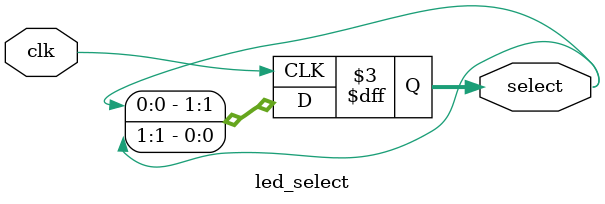
<source format=v>
module led_select( // 低电平有效
	input clk, // 100Hz时钟信号
	output reg [1:0] select
);
	initial begin
		select = 2'b10;
	end
	always @(negedge clk) begin
		select <= {select[0], select[1]};
	end
		
endmodule
</source>
